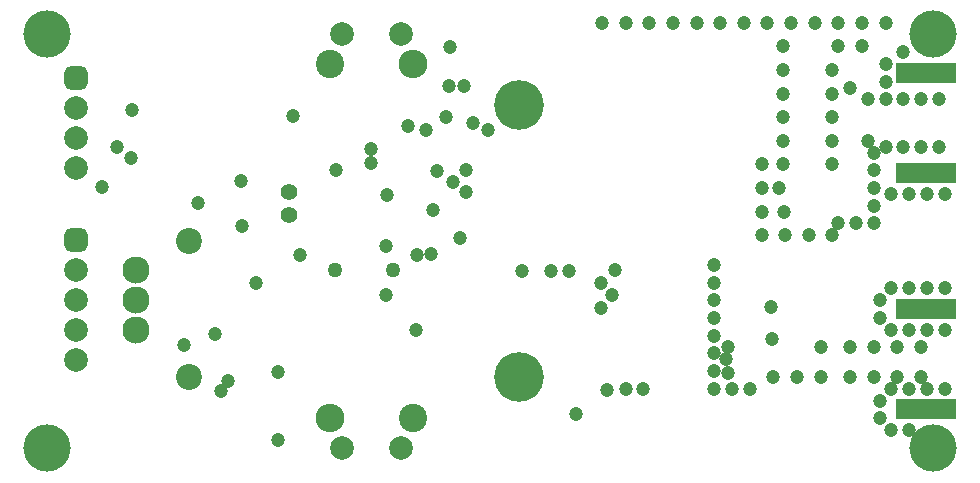
<source format=gbs>
G04*
G04 #@! TF.GenerationSoftware,Altium Limited,Altium Designer,18.1.1 (9)*
G04*
G04 Layer_Color=16711935*
%FSLAX42Y42*%
%MOMM*%
G71*
G01*
G75*
%ADD23R,5.10X1.80*%
%ADD29C,1.26*%
%ADD30C,2.00*%
%ADD31O,2.45X2.40*%
%ADD32C,2.40*%
G04:AMPARAMS|DCode=33|XSize=2mm|YSize=2mm|CornerRadius=0.55mm|HoleSize=0mm|Usage=FLASHONLY|Rotation=270.000|XOffset=0mm|YOffset=0mm|HoleType=Round|Shape=RoundedRectangle|*
%AMROUNDEDRECTD33*
21,1,2.00,0.90,0,0,270.0*
21,1,0.90,2.00,0,0,270.0*
1,1,1.10,-0.45,-0.45*
1,1,1.10,-0.45,0.45*
1,1,1.10,0.45,0.45*
1,1,1.10,0.45,-0.45*
%
%ADD33ROUNDEDRECTD33*%
%ADD34C,1.40*%
%ADD35C,2.20*%
%ADD36C,4.20*%
%ADD37C,2.30*%
%ADD38C,1.20*%
%ADD39C,4.00*%
D23*
X7693Y1425D02*
D03*
Y575D02*
D03*
Y2575D02*
D03*
Y3425D02*
D03*
D29*
X2690Y1760D02*
D03*
X3178D02*
D03*
D30*
X3250Y3750D02*
D03*
X2750D02*
D03*
X500Y2619D02*
D03*
Y3127D02*
D03*
Y2873D02*
D03*
Y1500D02*
D03*
Y1754D02*
D03*
Y1246D02*
D03*
Y992D02*
D03*
X3250Y250D02*
D03*
X2750D02*
D03*
D31*
X3350Y3500D02*
D03*
X2650Y500D02*
D03*
D32*
X2650Y3500D02*
D03*
X3350Y500D02*
D03*
D33*
X500Y3381D02*
D03*
Y2008D02*
D03*
D34*
X2300Y2420D02*
D03*
Y2220D02*
D03*
D35*
X1450Y850D02*
D03*
Y2000D02*
D03*
D36*
X4250Y850D02*
D03*
Y3150D02*
D03*
D37*
X1000Y1246D02*
D03*
Y1754D02*
D03*
Y1500D02*
D03*
D38*
X6900Y2050D02*
D03*
X6700D02*
D03*
X6500D02*
D03*
X6300D02*
D03*
X6050Y750D02*
D03*
X6200D02*
D03*
X5900D02*
D03*
X7300Y650D02*
D03*
X7150Y3650D02*
D03*
X6950D02*
D03*
X7350Y3850D02*
D03*
X7150D02*
D03*
X6950D02*
D03*
X6750D02*
D03*
X6550D02*
D03*
X6350D02*
D03*
X6150D02*
D03*
X5950D02*
D03*
X5750D02*
D03*
X5550D02*
D03*
X5350D02*
D03*
X5150D02*
D03*
X4950D02*
D03*
X5300Y750D02*
D03*
X5150D02*
D03*
X7500Y3600D02*
D03*
X7350Y3500D02*
D03*
Y3350D02*
D03*
X7800Y3200D02*
D03*
X7650D02*
D03*
X7500D02*
D03*
X7350D02*
D03*
X7200D02*
D03*
X7050Y3300D02*
D03*
X7850Y2400D02*
D03*
X7700D02*
D03*
X7550D02*
D03*
X7400D02*
D03*
X7800Y2800D02*
D03*
X7650D02*
D03*
X7200Y2850D02*
D03*
X7500Y2800D02*
D03*
X7350D02*
D03*
X7250Y2750D02*
D03*
Y2600D02*
D03*
Y2450D02*
D03*
Y2300D02*
D03*
Y2150D02*
D03*
X7100D02*
D03*
X6950D02*
D03*
X6300Y2250D02*
D03*
Y2450D02*
D03*
Y2650D02*
D03*
X6000Y1000D02*
D03*
X5900Y900D02*
D03*
Y1050D02*
D03*
Y1200D02*
D03*
Y1350D02*
D03*
Y1500D02*
D03*
Y1650D02*
D03*
Y1800D02*
D03*
X6450Y2450D02*
D03*
X6900Y3450D02*
D03*
Y3250D02*
D03*
Y3050D02*
D03*
Y2850D02*
D03*
Y2650D02*
D03*
X7300Y500D02*
D03*
X7400Y400D02*
D03*
Y750D02*
D03*
X7550D02*
D03*
Y400D02*
D03*
X7850Y750D02*
D03*
X7700D02*
D03*
X7400Y1250D02*
D03*
X7850D02*
D03*
X7700D02*
D03*
X7550D02*
D03*
X7300Y1350D02*
D03*
Y1500D02*
D03*
X7400Y1600D02*
D03*
X7550D02*
D03*
X7700D02*
D03*
X7850D02*
D03*
X7650Y1100D02*
D03*
X7450D02*
D03*
X7250D02*
D03*
X7050D02*
D03*
X6800D02*
D03*
X7650Y850D02*
D03*
X7450D02*
D03*
X7250D02*
D03*
X7050D02*
D03*
X6800D02*
D03*
X6600D02*
D03*
X6400D02*
D03*
X6390Y1170D02*
D03*
X6380Y1440D02*
D03*
X3860Y3000D02*
D03*
X3980Y2940D02*
D03*
X970Y3110D02*
D03*
X3750Y2030D02*
D03*
X6020Y1100D02*
D03*
X6020Y880D02*
D03*
X6480Y3650D02*
D03*
X4990Y740D02*
D03*
X4730Y540D02*
D03*
X2210Y320D02*
D03*
X2210Y890D02*
D03*
X1723Y730D02*
D03*
X1780Y820D02*
D03*
X1900Y2130D02*
D03*
X1890Y2510D02*
D03*
X1530Y2320D02*
D03*
X6490Y2250D02*
D03*
X6480Y2650D02*
D03*
X5060Y1760D02*
D03*
X4270Y1750D02*
D03*
X4520D02*
D03*
X4670D02*
D03*
X3690Y2500D02*
D03*
X3800Y2600D02*
D03*
X3520Y2260D02*
D03*
X2330Y3060D02*
D03*
X2700Y2600D02*
D03*
X3120Y1960D02*
D03*
X3505Y1895D02*
D03*
X2390Y1880D02*
D03*
X1410Y1120D02*
D03*
X1670Y1210D02*
D03*
X2020Y1650D02*
D03*
X960Y2700D02*
D03*
X720Y2460D02*
D03*
X840Y2800D02*
D03*
X3375Y1245D02*
D03*
X3380Y1880D02*
D03*
X3800Y2420D02*
D03*
X3550Y2590D02*
D03*
X4940Y1430D02*
D03*
X5030Y1540D02*
D03*
X4940Y1650D02*
D03*
X3130Y2390D02*
D03*
X3458Y2942D02*
D03*
X2990Y2660D02*
D03*
X2990Y2780D02*
D03*
X3310Y2975D02*
D03*
X3630Y3050D02*
D03*
X3780Y3310D02*
D03*
X3660Y3640D02*
D03*
X3650Y3310D02*
D03*
X6480Y2850D02*
D03*
Y3050D02*
D03*
Y3250D02*
D03*
Y3450D02*
D03*
X3120Y1540D02*
D03*
D39*
X250Y250D02*
D03*
Y3750D02*
D03*
X7750Y250D02*
D03*
Y3750D02*
D03*
M02*

</source>
